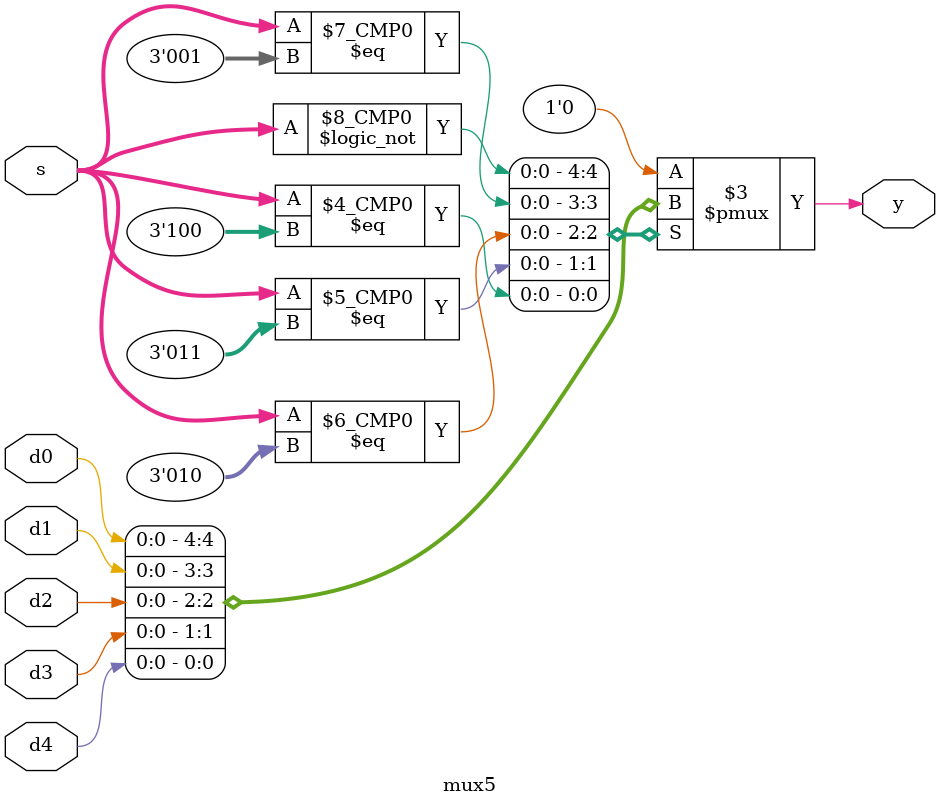
<source format=sv>
module mux5 (input      d0, d1, d2, d3, d4,	 // data in
              input      [2:0]       s, 	 // selector
              output logic y);				 // data out

// fill in guts
//  s      y
//  0	  d0
//  1	  d1
//  2	  d2
//  3	  d3
//  4	  d4
//  5	   0
//  6	   0
//  7	   0
	always_comb
	  case( s )
	    0: 			y = d0;
	    1: 			y = d1;
	    2: 			y = d2;
	    3: 			y = d3;
	    4: 			y = d4;
	    default: 	y = 0;
	  endcase

endmodule

</source>
